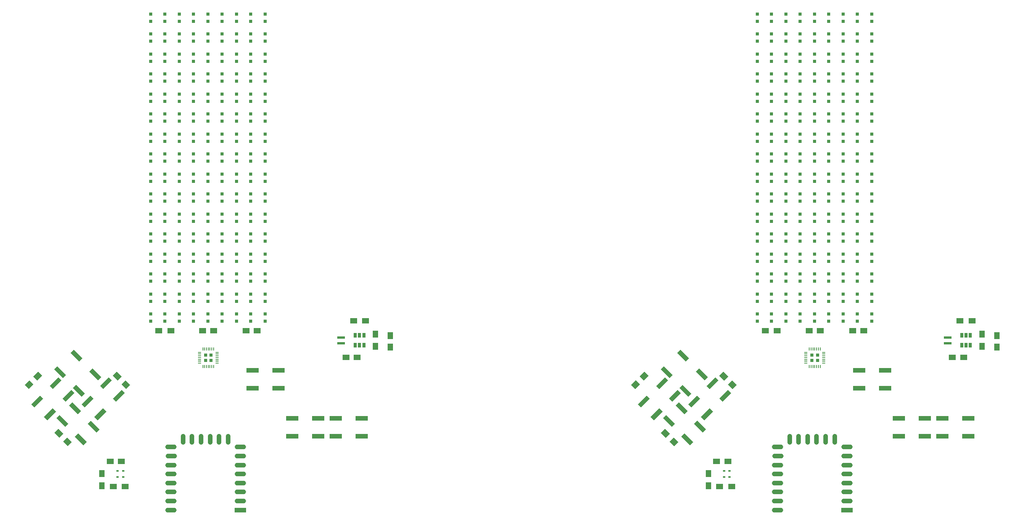
<source format=gtp>
%MOIN*%
%OFA0B0*%
%FSLAX46Y46*%
%IPPOS*%
%LPD*%
%ADD10C,0.0039370078740157488*%
%ADD11R,0.031496062992125991X0.031496062992125991*%
%ADD12R,0.059055118110236227X0.049212598425196853*%
%ADD13R,0.059055118110236227X0.051181102362204731*%
%ADD14R,0.0984251968503937X0.043307086614173235*%
%ADD15O,0.0984251968503937X0.043307086614173235*%
%ADD16O,0.043307086614173235X0.094488188976377951*%
%ADD17R,0.051181102362204731X0.059055118110236227*%
%ADD18R,0.0078740157480314977X0.031496062992125991*%
%ADD19R,0.031496062992125991X0.0078740157480314977*%
%ADD20R,0.028346456692913385X0.028346456692913385*%
%ADD21R,0.023622047244094488X0.017716535433070866*%
%ADD22R,0.10826771653543307X0.03937007874015748*%
%ADD23R,0.025590551181102365X0.041732283464566935*%
%ADD24R,0.049212598425196853X0.059055118110236227*%
%ADD25R,0.070866141732283464X0.023622047244094488*%
%ADD36C,0.0039370078740157488*%
%ADD37R,0.031496062992125991X0.031496062992125991*%
%ADD38R,0.059055118110236227X0.049212598425196853*%
%ADD39R,0.059055118110236227X0.051181102362204731*%
%ADD40R,0.0984251968503937X0.043307086614173235*%
%ADD41O,0.0984251968503937X0.043307086614173235*%
%ADD42O,0.043307086614173235X0.094488188976377951*%
%ADD43R,0.051181102362204731X0.059055118110236227*%
%ADD44R,0.0078740157480314977X0.031496062992125991*%
%ADD45R,0.031496062992125991X0.0078740157480314977*%
%ADD46R,0.028346456692913385X0.028346456692913385*%
%ADD47R,0.023622047244094488X0.017716535433070866*%
%ADD48R,0.10826771653543307X0.03937007874015748*%
%ADD49R,0.025590551181102365X0.041732283464566935*%
%ADD50R,0.049212598425196853X0.059055118110236227*%
%ADD51R,0.070866141732283464X0.023622047244094488*%
%LPD*%
G01*
D10*
G36*
X0001842479Y0001813960D02*
X0001870318Y0001841798D01*
X0001946875Y0001765242D01*
X0001919036Y0001737403D01*
X0001842479Y0001813960D01*
X0001842479Y0001813960D01*
G37*
G36*
X0001677450Y0001978988D02*
X0001705289Y0002006827D01*
X0001781846Y0001930270D01*
X0001754007Y0001902431D01*
X0001677450Y0001978988D01*
X0001677450Y0001978988D01*
G37*
G36*
X0001533802Y0001835340D02*
X0001561641Y0001863179D01*
X0001638197Y0001786622D01*
X0001610359Y0001758783D01*
X0001533802Y0001835340D01*
X0001533802Y0001835340D01*
G37*
G36*
X0001698830Y0001670311D02*
X0001726669Y0001698150D01*
X0001803226Y0001621593D01*
X0001775387Y0001593754D01*
X0001698830Y0001670311D01*
X0001698830Y0001670311D01*
G37*
D11*
X0003377086Y0004879094D03*
X0003377086Y0004942086D03*
X0003377086Y0004704094D03*
X0003377086Y0004767086D03*
X0003377086Y0004529094D03*
X0003377086Y0004592086D03*
X0003377086Y0004354094D03*
X0003377086Y0004417086D03*
X0003377086Y0004179094D03*
X0003377086Y0004242086D03*
X0003377086Y0004004094D03*
X0003377086Y0004067086D03*
X0003377086Y0003829094D03*
X0003377086Y0003892086D03*
X0003377086Y0003654094D03*
X0003377086Y0003717086D03*
X0003377086Y0003479094D03*
X0003377086Y0003542086D03*
X0003377086Y0003304094D03*
X0003377086Y0003367086D03*
X0003377086Y0003129094D03*
X0003377086Y0003192086D03*
X0003377086Y0002954094D03*
X0003377086Y0003017086D03*
X0003377086Y0002779094D03*
X0003377086Y0002842086D03*
X0003377086Y0002604094D03*
X0003377086Y0002667086D03*
X0003377086Y0002429094D03*
X0003377086Y0002492086D03*
X0003377086Y0002254094D03*
X0003377086Y0002317086D03*
D12*
X0003210964Y0002170452D03*
X0003309389Y0002170452D03*
D11*
X0003252086Y0004879094D03*
X0003252086Y0004942086D03*
X0003252086Y0004704094D03*
X0003252086Y0004767086D03*
X0003252086Y0004529094D03*
X0003252086Y0004592086D03*
X0003252086Y0004354094D03*
X0003252086Y0004417086D03*
X0003252086Y0004179094D03*
X0003252086Y0004242086D03*
X0003252086Y0004004094D03*
X0003252086Y0004067086D03*
X0003252086Y0003829094D03*
X0003252086Y0003892086D03*
X0003252086Y0003654094D03*
X0003252086Y0003717086D03*
X0003252086Y0003479094D03*
X0003252086Y0003542086D03*
X0003252086Y0003304094D03*
X0003252086Y0003367086D03*
X0003252086Y0003129094D03*
X0003252086Y0003192086D03*
X0003252086Y0002954094D03*
X0003252086Y0003017086D03*
X0003252086Y0002779094D03*
X0003252086Y0002842086D03*
X0003252086Y0002604094D03*
X0003252086Y0002667086D03*
X0003252086Y0002429094D03*
X0003252086Y0002492086D03*
X0003252086Y0002254094D03*
X0003252086Y0002317086D03*
D12*
X0002929389Y0002170452D03*
X0002830964Y0002170452D03*
D11*
X0003127086Y0004879094D03*
X0003127086Y0004942086D03*
X0003127086Y0004704094D03*
X0003127086Y0004767086D03*
X0003127086Y0004529094D03*
X0003127086Y0004592086D03*
X0003127086Y0004354094D03*
X0003127086Y0004417086D03*
X0003127086Y0004179094D03*
X0003127086Y0004242086D03*
X0003127086Y0004004094D03*
X0003127086Y0004067086D03*
X0003127086Y0003829094D03*
X0003127086Y0003892086D03*
X0003127086Y0003654094D03*
X0003127086Y0003717086D03*
X0003127086Y0003479094D03*
X0003127086Y0003542086D03*
X0003127086Y0003304094D03*
X0003127086Y0003367086D03*
X0003127086Y0003129094D03*
X0003127086Y0003192086D03*
X0003127086Y0002954094D03*
X0003127086Y0003017086D03*
X0003127086Y0002779094D03*
X0003127086Y0002842086D03*
X0003127086Y0002604094D03*
X0003127086Y0002667086D03*
X0003127086Y0002429094D03*
X0003127086Y0002492086D03*
X0003127086Y0002254094D03*
X0003127086Y0002317086D03*
X0003002086Y0004879094D03*
X0003002086Y0004942086D03*
X0003002086Y0004704094D03*
X0003002086Y0004767086D03*
X0003002086Y0004529094D03*
X0003002086Y0004592086D03*
X0003002086Y0004354094D03*
X0003002086Y0004417086D03*
X0003002086Y0004179094D03*
X0003002086Y0004242086D03*
X0003002086Y0004004094D03*
X0003002086Y0004067086D03*
X0003002086Y0003829094D03*
X0003002086Y0003892086D03*
X0003002086Y0003654094D03*
X0003002086Y0003717086D03*
X0003002086Y0003479094D03*
X0003002086Y0003542086D03*
X0003002086Y0003304094D03*
X0003002086Y0003367086D03*
X0003002086Y0003129094D03*
X0003002086Y0003192086D03*
X0003002086Y0002954094D03*
X0003002086Y0003017086D03*
X0003002086Y0002779094D03*
X0003002086Y0002842086D03*
X0003002086Y0002604094D03*
X0003002086Y0002667086D03*
X0003002086Y0002429094D03*
X0003002086Y0002492086D03*
X0003002086Y0002254094D03*
X0003002086Y0002317086D03*
X0002877086Y0004879094D03*
X0002877086Y0004942086D03*
X0002877086Y0004704094D03*
X0002877086Y0004767086D03*
X0002877086Y0004529094D03*
X0002877086Y0004592086D03*
X0002877086Y0004354094D03*
X0002877086Y0004417086D03*
X0002877086Y0004179094D03*
X0002877086Y0004242086D03*
X0002877086Y0004004094D03*
X0002877086Y0004067086D03*
X0002877086Y0003829094D03*
X0002877086Y0003892086D03*
X0002877086Y0003654094D03*
X0002877086Y0003717086D03*
X0002877086Y0003479094D03*
X0002877086Y0003542086D03*
X0002877086Y0003304094D03*
X0002877086Y0003367086D03*
X0002877086Y0003129094D03*
X0002877086Y0003192086D03*
X0002877086Y0002954094D03*
X0002877086Y0003017086D03*
X0002877086Y0002779094D03*
X0002877086Y0002842086D03*
X0002877086Y0002604094D03*
X0002877086Y0002667086D03*
X0002877086Y0002429094D03*
X0002877086Y0002492086D03*
X0002877086Y0002254094D03*
X0002877086Y0002317086D03*
X0002752086Y0004879094D03*
X0002752086Y0004942086D03*
X0002752086Y0004704094D03*
X0002752086Y0004767086D03*
X0002752086Y0004529094D03*
X0002752086Y0004592086D03*
X0002752086Y0004354094D03*
X0002752086Y0004417086D03*
X0002752086Y0004179094D03*
X0002752086Y0004242086D03*
X0002752086Y0004004094D03*
X0002752086Y0004067086D03*
X0002752086Y0003829094D03*
X0002752086Y0003892086D03*
X0002752086Y0003654094D03*
X0002752086Y0003717086D03*
X0002752086Y0003479094D03*
X0002752086Y0003542086D03*
X0002752086Y0003304094D03*
X0002752086Y0003367086D03*
X0002752086Y0003129094D03*
X0002752086Y0003192086D03*
X0002752086Y0002954094D03*
X0002752086Y0003017086D03*
X0002752086Y0002779094D03*
X0002752086Y0002842086D03*
X0002752086Y0002604094D03*
X0002752086Y0002667086D03*
X0002752086Y0002429094D03*
X0002752086Y0002492086D03*
X0002752086Y0002254094D03*
X0002752086Y0002317086D03*
X0002627086Y0004879094D03*
X0002627086Y0004942086D03*
X0002627086Y0004704094D03*
X0002627086Y0004767086D03*
X0002627086Y0004529094D03*
X0002627086Y0004592086D03*
X0002627086Y0004354094D03*
X0002627086Y0004417086D03*
X0002627086Y0004179094D03*
X0002627086Y0004242086D03*
X0002627086Y0004004094D03*
X0002627086Y0004067086D03*
X0002627086Y0003829094D03*
X0002627086Y0003892086D03*
X0002627086Y0003654094D03*
X0002627086Y0003717086D03*
X0002627086Y0003479094D03*
X0002627086Y0003542086D03*
X0002627086Y0003304094D03*
X0002627086Y0003367086D03*
X0002627086Y0003129094D03*
X0002627086Y0003192086D03*
X0002627086Y0002954094D03*
X0002627086Y0003017086D03*
X0002627086Y0002779094D03*
X0002627086Y0002842086D03*
X0002627086Y0002604094D03*
X0002627086Y0002667086D03*
X0002627086Y0002429094D03*
X0002627086Y0002492086D03*
X0002627086Y0002254094D03*
X0002627086Y0002317086D03*
X0002502086Y0004879094D03*
X0002502086Y0004942086D03*
X0002502086Y0004704094D03*
X0002502086Y0004767086D03*
X0002502086Y0004529094D03*
X0002502086Y0004592086D03*
X0002502086Y0004354094D03*
X0002502086Y0004417086D03*
X0002502086Y0004179094D03*
X0002502086Y0004242086D03*
X0002502086Y0004004094D03*
X0002502086Y0004067086D03*
X0002502086Y0003829094D03*
X0002502086Y0003892086D03*
X0002502086Y0003654094D03*
X0002502086Y0003717086D03*
X0002502086Y0003479094D03*
X0002502086Y0003542086D03*
X0002502086Y0003304094D03*
X0002502086Y0003367086D03*
X0002502086Y0003129094D03*
X0002502086Y0003192086D03*
X0002502086Y0002954094D03*
X0002502086Y0003017086D03*
X0002502086Y0002779094D03*
X0002502086Y0002842086D03*
X0002502086Y0002604094D03*
X0002502086Y0002667086D03*
X0002502086Y0002429094D03*
X0002502086Y0002492086D03*
X0002502086Y0002254094D03*
X0002502086Y0002317086D03*
X0002377086Y0004879094D03*
X0002377086Y0004942086D03*
X0002377086Y0004704094D03*
X0002377086Y0004767086D03*
X0002377086Y0004529094D03*
X0002377086Y0004592086D03*
X0002377086Y0004354094D03*
X0002377086Y0004417086D03*
X0002377086Y0004179094D03*
X0002377086Y0004242086D03*
X0002377086Y0004004094D03*
X0002377086Y0004067086D03*
X0002377086Y0003829094D03*
X0002377086Y0003892086D03*
X0002377086Y0003654094D03*
X0002377086Y0003717086D03*
X0002377086Y0003479094D03*
X0002377086Y0003542086D03*
X0002377086Y0003304094D03*
X0002377086Y0003367086D03*
X0002377086Y0003129094D03*
X0002377086Y0003192086D03*
X0002377086Y0002954094D03*
X0002377086Y0003017086D03*
X0002377086Y0002779094D03*
X0002377086Y0002842086D03*
X0002377086Y0002604094D03*
X0002377086Y0002667086D03*
X0002377086Y0002429094D03*
X0002377086Y0002492086D03*
X0002377086Y0002254094D03*
X0002377086Y0002317086D03*
D13*
X0002447027Y0002170452D03*
X0002553326Y0002170452D03*
D14*
X0003160236Y0000602952D03*
D15*
X0003160236Y0000681692D03*
X0003160236Y0000760433D03*
X0003160236Y0000839173D03*
X0003160236Y0000917913D03*
X0003160236Y0000996653D03*
X0003160236Y0001075393D03*
X0003160236Y0001154133D03*
X0002553936Y0001154133D03*
X0002557873Y0001075393D03*
X0002553936Y0000996653D03*
X0002553936Y0000917913D03*
X0002553936Y0000839173D03*
X0002553936Y0000760433D03*
X0002553936Y0000681692D03*
X0002553936Y0000602952D03*
D16*
X0003054330Y0001223031D03*
X0002975590Y0001223031D03*
X0002896850Y0001223031D03*
X0002818110Y0001223031D03*
X0002739370Y0001223031D03*
X0002660629Y0001223031D03*
D12*
X0002023464Y0001027952D03*
X0002121889Y0001027952D03*
D13*
X0002049527Y0000807952D03*
X0002155826Y0000807952D03*
D17*
X0001952677Y0000814803D03*
X0001952677Y0000921102D03*
D18*
X0002832933Y0001858681D03*
X0002848681Y0001858681D03*
X0002864429Y0001858681D03*
X0002880177Y0001858681D03*
X0002895925Y0001858681D03*
X0002911673Y0001858681D03*
X0002927421Y0001858681D03*
D19*
X0002956948Y0001888208D03*
X0002956948Y0001903956D03*
X0002956948Y0001919704D03*
X0002956948Y0001935452D03*
X0002956948Y0001951200D03*
X0002956948Y0001966948D03*
X0002956948Y0001982696D03*
D18*
X0002927421Y0002012224D03*
X0002911673Y0002012224D03*
X0002895925Y0002012224D03*
X0002880177Y0002012224D03*
X0002864429Y0002012224D03*
X0002848681Y0002012224D03*
X0002832933Y0002012224D03*
D19*
X0002803405Y0001982696D03*
X0002803405Y0001966948D03*
X0002803405Y0001951200D03*
X0002803405Y0001935452D03*
X0002803405Y0001919704D03*
X0002803405Y0001903956D03*
X0002803405Y0001888208D03*
D20*
X0002903799Y0001959074D03*
X0002856555Y0001959074D03*
X0002903799Y0001911830D03*
X0002856555Y0001911830D03*
D21*
X0002136299Y0000945511D03*
X0002089055Y0000945511D03*
X0002089055Y0000890393D03*
X0002136299Y0000890393D03*
D10*
G36*
X0002199233Y0001697586D02*
X0002163043Y0001661395D01*
X0002121285Y0001703154D01*
X0002157475Y0001739344D01*
X0002199233Y0001697586D01*
X0002199233Y0001697586D01*
G37*
G36*
X0002124069Y0001772751D02*
X0002087878Y0001736560D01*
X0002046120Y0001778319D01*
X0002082310Y0001814509D01*
X0002124069Y0001772751D01*
X0002124069Y0001772751D01*
G37*
G36*
X0001312310Y0001661395D02*
X0001276120Y0001697586D01*
X0001317878Y0001739344D01*
X0001354069Y0001703154D01*
X0001312310Y0001661395D01*
X0001312310Y0001661395D01*
G37*
G36*
X0001387475Y0001736560D02*
X0001351285Y0001772751D01*
X0001393043Y0001814509D01*
X0001429233Y0001778319D01*
X0001387475Y0001736560D01*
X0001387475Y0001736560D01*
G37*
G36*
X0001536120Y0001278319D02*
X0001572310Y0001314509D01*
X0001614069Y0001272751D01*
X0001577878Y0001236560D01*
X0001536120Y0001278319D01*
X0001536120Y0001278319D01*
G37*
G36*
X0001611285Y0001203154D02*
X0001647475Y0001239344D01*
X0001689233Y0001197586D01*
X0001653043Y0001161395D01*
X0001611285Y0001203154D01*
X0001611285Y0001203154D01*
G37*
D22*
X0003269291Y0001669212D03*
X0003496062Y0001669212D03*
X0003496062Y0001826692D03*
X0003269291Y0001826692D03*
D10*
G36*
X0001962537Y0001494297D02*
X0001990376Y0001466458D01*
X0001913819Y0001389901D01*
X0001885981Y0001417740D01*
X0001962537Y0001494297D01*
X0001962537Y0001494297D01*
G37*
G36*
X0002122889Y0001654648D02*
X0002150728Y0001626809D01*
X0002074171Y0001550253D01*
X0002046332Y0001578091D01*
X0002122889Y0001654648D01*
X0002122889Y0001654648D01*
G37*
G36*
X0002011534Y0001766004D02*
X0002039373Y0001738165D01*
X0001962816Y0001661608D01*
X0001934977Y0001689447D01*
X0002011534Y0001766004D01*
X0002011534Y0001766004D01*
G37*
G36*
X0001851182Y0001605652D02*
X0001879021Y0001577813D01*
X0001802464Y0001501256D01*
X0001774625Y0001529095D01*
X0001851182Y0001605652D01*
X0001851182Y0001605652D01*
G37*
G36*
X0001522816Y0001661608D02*
X0001494977Y0001689447D01*
X0001571534Y0001766004D01*
X0001599373Y0001738165D01*
X0001522816Y0001661608D01*
X0001522816Y0001661608D01*
G37*
G36*
X0001362464Y0001501256D02*
X0001334625Y0001529095D01*
X0001411182Y0001605652D01*
X0001439021Y0001577813D01*
X0001362464Y0001501256D01*
X0001362464Y0001501256D01*
G37*
G36*
X0001473819Y0001389901D02*
X0001445981Y0001417740D01*
X0001522537Y0001494297D01*
X0001550376Y0001466458D01*
X0001473819Y0001389901D01*
X0001473819Y0001389901D01*
G37*
G36*
X0001634171Y0001550253D02*
X0001606332Y0001578091D01*
X0001682889Y0001654648D01*
X0001710728Y0001626809D01*
X0001634171Y0001550253D01*
X0001634171Y0001550253D01*
G37*
G36*
X0001659021Y0001358091D02*
X0001631182Y0001330253D01*
X0001554625Y0001406809D01*
X0001582464Y0001434648D01*
X0001659021Y0001358091D01*
X0001659021Y0001358091D01*
G37*
G36*
X0001819373Y0001197740D02*
X0001791534Y0001169901D01*
X0001714977Y0001246458D01*
X0001742816Y0001274296D01*
X0001819373Y0001197740D01*
X0001819373Y0001197740D01*
G37*
G36*
X0001930728Y0001309095D02*
X0001902889Y0001281256D01*
X0001826332Y0001357813D01*
X0001854171Y0001385652D01*
X0001930728Y0001309095D01*
X0001930728Y0001309095D01*
G37*
G36*
X0001770376Y0001469447D02*
X0001742537Y0001441608D01*
X0001665981Y0001518165D01*
X0001693819Y0001546004D01*
X0001770376Y0001469447D01*
X0001770376Y0001469447D01*
G37*
D22*
X0003614291Y0001249212D03*
X0003841062Y0001249212D03*
X0003841062Y0001406692D03*
X0003614291Y0001406692D03*
X0003994291Y0001249212D03*
X0004221062Y0001249212D03*
X0004221062Y0001406692D03*
X0003994291Y0001406692D03*
D23*
X0004165275Y0002044645D03*
X0004202677Y0002044645D03*
X0004240078Y0002044645D03*
X0004240078Y0002131259D03*
X0004165275Y0002131259D03*
X0004202677Y0002131259D03*
D12*
X0004181889Y0001937952D03*
X0004083464Y0001937952D03*
D24*
X0004472677Y0002028740D03*
X0004472677Y0002127165D03*
D25*
X0004042677Y0002063346D03*
X0004042677Y0002112559D03*
D13*
X0004149527Y0002257952D03*
X0004255826Y0002257952D03*
D17*
X0004342677Y0002034803D03*
X0004342677Y0002141102D03*
G04 next file*
%LPD*%
G04 #@! TF.FileFunction,Paste,Top*
G04 Gerber Fmt 4.6, Leading zero omitted, Abs format (unit mm)*
G04 Created by KiCad (PCBNEW 4.0.4-stable) date 05/16/17 13:47:45*
G01*
G04 APERTURE LIST*
G04 APERTURE END LIST*
D36*
G36*
X0007141692Y0001813960D02*
X0007169530Y0001841798D01*
X0007246087Y0001765242D01*
X0007218248Y0001737403D01*
X0007141692Y0001813960D01*
X0007141692Y0001813960D01*
G37*
G36*
X0006976663Y0001978988D02*
X0007004502Y0002006827D01*
X0007081059Y0001930270D01*
X0007053220Y0001902431D01*
X0006976663Y0001978988D01*
X0006976663Y0001978988D01*
G37*
G36*
X0006833014Y0001835340D02*
X0006860853Y0001863179D01*
X0006937410Y0001786622D01*
X0006909571Y0001758783D01*
X0006833014Y0001835340D01*
X0006833014Y0001835340D01*
G37*
G36*
X0006998043Y0001670311D02*
X0007025882Y0001698150D01*
X0007102439Y0001621593D01*
X0007074600Y0001593754D01*
X0006998043Y0001670311D01*
X0006998043Y0001670311D01*
G37*
D37*
X0008676299Y0004879094D03*
X0008676299Y0004942086D03*
X0008676299Y0004704094D03*
X0008676299Y0004767086D03*
X0008676299Y0004529094D03*
X0008676299Y0004592086D03*
X0008676299Y0004354094D03*
X0008676299Y0004417086D03*
X0008676299Y0004179094D03*
X0008676299Y0004242086D03*
X0008676299Y0004004094D03*
X0008676299Y0004067086D03*
X0008676299Y0003829094D03*
X0008676299Y0003892086D03*
X0008676299Y0003654094D03*
X0008676299Y0003717086D03*
X0008676299Y0003479094D03*
X0008676299Y0003542086D03*
X0008676299Y0003304094D03*
X0008676299Y0003367086D03*
X0008676299Y0003129094D03*
X0008676299Y0003192086D03*
X0008676299Y0002954094D03*
X0008676299Y0003017086D03*
X0008676299Y0002779094D03*
X0008676299Y0002842086D03*
X0008676299Y0002604094D03*
X0008676299Y0002667086D03*
X0008676299Y0002429094D03*
X0008676299Y0002492086D03*
X0008676299Y0002254094D03*
X0008676299Y0002317086D03*
D38*
X0008510177Y0002170452D03*
X0008608602Y0002170452D03*
D37*
X0008551299Y0004879094D03*
X0008551299Y0004942086D03*
X0008551299Y0004704094D03*
X0008551299Y0004767086D03*
X0008551299Y0004529094D03*
X0008551299Y0004592086D03*
X0008551299Y0004354094D03*
X0008551299Y0004417086D03*
X0008551299Y0004179094D03*
X0008551299Y0004242086D03*
X0008551299Y0004004094D03*
X0008551299Y0004067086D03*
X0008551299Y0003829094D03*
X0008551299Y0003892086D03*
X0008551299Y0003654094D03*
X0008551299Y0003717086D03*
X0008551299Y0003479094D03*
X0008551299Y0003542086D03*
X0008551299Y0003304094D03*
X0008551299Y0003367086D03*
X0008551299Y0003129094D03*
X0008551299Y0003192086D03*
X0008551299Y0002954094D03*
X0008551299Y0003017086D03*
X0008551299Y0002779094D03*
X0008551299Y0002842086D03*
X0008551299Y0002604094D03*
X0008551299Y0002667086D03*
X0008551299Y0002429094D03*
X0008551299Y0002492086D03*
X0008551299Y0002254094D03*
X0008551299Y0002317086D03*
D38*
X0008228602Y0002170452D03*
X0008130177Y0002170452D03*
D37*
X0008426299Y0004879094D03*
X0008426299Y0004942086D03*
X0008426299Y0004704094D03*
X0008426299Y0004767086D03*
X0008426299Y0004529094D03*
X0008426299Y0004592086D03*
X0008426299Y0004354094D03*
X0008426299Y0004417086D03*
X0008426299Y0004179094D03*
X0008426299Y0004242086D03*
X0008426299Y0004004094D03*
X0008426299Y0004067086D03*
X0008426299Y0003829094D03*
X0008426299Y0003892086D03*
X0008426299Y0003654094D03*
X0008426299Y0003717086D03*
X0008426299Y0003479094D03*
X0008426299Y0003542086D03*
X0008426299Y0003304094D03*
X0008426299Y0003367086D03*
X0008426299Y0003129094D03*
X0008426299Y0003192086D03*
X0008426299Y0002954094D03*
X0008426299Y0003017086D03*
X0008426299Y0002779094D03*
X0008426299Y0002842086D03*
X0008426299Y0002604094D03*
X0008426299Y0002667086D03*
X0008426299Y0002429094D03*
X0008426299Y0002492086D03*
X0008426299Y0002254094D03*
X0008426299Y0002317086D03*
X0008301299Y0004879094D03*
X0008301299Y0004942086D03*
X0008301299Y0004704094D03*
X0008301299Y0004767086D03*
X0008301299Y0004529094D03*
X0008301299Y0004592086D03*
X0008301299Y0004354094D03*
X0008301299Y0004417086D03*
X0008301299Y0004179094D03*
X0008301299Y0004242086D03*
X0008301299Y0004004094D03*
X0008301299Y0004067086D03*
X0008301299Y0003829094D03*
X0008301299Y0003892086D03*
X0008301299Y0003654094D03*
X0008301299Y0003717086D03*
X0008301299Y0003479094D03*
X0008301299Y0003542086D03*
X0008301299Y0003304094D03*
X0008301299Y0003367086D03*
X0008301299Y0003129094D03*
X0008301299Y0003192086D03*
X0008301299Y0002954094D03*
X0008301299Y0003017086D03*
X0008301299Y0002779094D03*
X0008301299Y0002842086D03*
X0008301299Y0002604094D03*
X0008301299Y0002667086D03*
X0008301299Y0002429094D03*
X0008301299Y0002492086D03*
X0008301299Y0002254094D03*
X0008301299Y0002317086D03*
X0008176299Y0004879094D03*
X0008176299Y0004942086D03*
X0008176299Y0004704094D03*
X0008176299Y0004767086D03*
X0008176299Y0004529094D03*
X0008176299Y0004592086D03*
X0008176299Y0004354094D03*
X0008176299Y0004417086D03*
X0008176299Y0004179094D03*
X0008176299Y0004242086D03*
X0008176299Y0004004094D03*
X0008176299Y0004067086D03*
X0008176299Y0003829094D03*
X0008176299Y0003892086D03*
X0008176299Y0003654094D03*
X0008176299Y0003717086D03*
X0008176299Y0003479094D03*
X0008176299Y0003542086D03*
X0008176299Y0003304094D03*
X0008176299Y0003367086D03*
X0008176299Y0003129094D03*
X0008176299Y0003192086D03*
X0008176299Y0002954094D03*
X0008176299Y0003017086D03*
X0008176299Y0002779094D03*
X0008176299Y0002842086D03*
X0008176299Y0002604094D03*
X0008176299Y0002667086D03*
X0008176299Y0002429094D03*
X0008176299Y0002492086D03*
X0008176299Y0002254094D03*
X0008176299Y0002317086D03*
X0008051299Y0004879094D03*
X0008051299Y0004942086D03*
X0008051299Y0004704094D03*
X0008051299Y0004767086D03*
X0008051299Y0004529094D03*
X0008051299Y0004592086D03*
X0008051299Y0004354094D03*
X0008051299Y0004417086D03*
X0008051299Y0004179094D03*
X0008051299Y0004242086D03*
X0008051299Y0004004094D03*
X0008051299Y0004067086D03*
X0008051299Y0003829094D03*
X0008051299Y0003892086D03*
X0008051299Y0003654094D03*
X0008051299Y0003717086D03*
X0008051299Y0003479094D03*
X0008051299Y0003542086D03*
X0008051299Y0003304094D03*
X0008051299Y0003367086D03*
X0008051299Y0003129094D03*
X0008051299Y0003192086D03*
X0008051299Y0002954094D03*
X0008051299Y0003017086D03*
X0008051299Y0002779094D03*
X0008051299Y0002842086D03*
X0008051299Y0002604094D03*
X0008051299Y0002667086D03*
X0008051299Y0002429094D03*
X0008051299Y0002492086D03*
X0008051299Y0002254094D03*
X0008051299Y0002317086D03*
X0007926299Y0004879094D03*
X0007926299Y0004942086D03*
X0007926299Y0004704094D03*
X0007926299Y0004767086D03*
X0007926299Y0004529094D03*
X0007926299Y0004592086D03*
X0007926299Y0004354094D03*
X0007926299Y0004417086D03*
X0007926299Y0004179094D03*
X0007926299Y0004242086D03*
X0007926299Y0004004094D03*
X0007926299Y0004067086D03*
X0007926299Y0003829094D03*
X0007926299Y0003892086D03*
X0007926299Y0003654094D03*
X0007926299Y0003717086D03*
X0007926299Y0003479094D03*
X0007926299Y0003542086D03*
X0007926299Y0003304094D03*
X0007926299Y0003367086D03*
X0007926299Y0003129094D03*
X0007926299Y0003192086D03*
X0007926299Y0002954094D03*
X0007926299Y0003017086D03*
X0007926299Y0002779094D03*
X0007926299Y0002842086D03*
X0007926299Y0002604094D03*
X0007926299Y0002667086D03*
X0007926299Y0002429094D03*
X0007926299Y0002492086D03*
X0007926299Y0002254094D03*
X0007926299Y0002317086D03*
X0007801299Y0004879094D03*
X0007801299Y0004942086D03*
X0007801299Y0004704094D03*
X0007801299Y0004767086D03*
X0007801299Y0004529094D03*
X0007801299Y0004592086D03*
X0007801299Y0004354094D03*
X0007801299Y0004417086D03*
X0007801299Y0004179094D03*
X0007801299Y0004242086D03*
X0007801299Y0004004094D03*
X0007801299Y0004067086D03*
X0007801299Y0003829094D03*
X0007801299Y0003892086D03*
X0007801299Y0003654094D03*
X0007801299Y0003717086D03*
X0007801299Y0003479094D03*
X0007801299Y0003542086D03*
X0007801299Y0003304094D03*
X0007801299Y0003367086D03*
X0007801299Y0003129094D03*
X0007801299Y0003192086D03*
X0007801299Y0002954094D03*
X0007801299Y0003017086D03*
X0007801299Y0002779094D03*
X0007801299Y0002842086D03*
X0007801299Y0002604094D03*
X0007801299Y0002667086D03*
X0007801299Y0002429094D03*
X0007801299Y0002492086D03*
X0007801299Y0002254094D03*
X0007801299Y0002317086D03*
X0007676299Y0004879094D03*
X0007676299Y0004942086D03*
X0007676299Y0004704094D03*
X0007676299Y0004767086D03*
X0007676299Y0004529094D03*
X0007676299Y0004592086D03*
X0007676299Y0004354094D03*
X0007676299Y0004417086D03*
X0007676299Y0004179094D03*
X0007676299Y0004242086D03*
X0007676299Y0004004094D03*
X0007676299Y0004067086D03*
X0007676299Y0003829094D03*
X0007676299Y0003892086D03*
X0007676299Y0003654094D03*
X0007676299Y0003717086D03*
X0007676299Y0003479094D03*
X0007676299Y0003542086D03*
X0007676299Y0003304094D03*
X0007676299Y0003367086D03*
X0007676299Y0003129094D03*
X0007676299Y0003192086D03*
X0007676299Y0002954094D03*
X0007676299Y0003017086D03*
X0007676299Y0002779094D03*
X0007676299Y0002842086D03*
X0007676299Y0002604094D03*
X0007676299Y0002667086D03*
X0007676299Y0002429094D03*
X0007676299Y0002492086D03*
X0007676299Y0002254094D03*
X0007676299Y0002317086D03*
D39*
X0007746240Y0002170452D03*
X0007852539Y0002170452D03*
D40*
X0008459448Y0000602952D03*
D41*
X0008459448Y0000681692D03*
X0008459448Y0000760433D03*
X0008459448Y0000839173D03*
X0008459448Y0000917913D03*
X0008459448Y0000996653D03*
X0008459448Y0001075393D03*
X0008459448Y0001154133D03*
X0007853149Y0001154133D03*
X0007857086Y0001075393D03*
X0007853149Y0000996653D03*
X0007853149Y0000917913D03*
X0007853149Y0000839173D03*
X0007853149Y0000760433D03*
X0007853149Y0000681692D03*
X0007853149Y0000602952D03*
D42*
X0008353543Y0001223031D03*
X0008274803Y0001223031D03*
X0008196062Y0001223031D03*
X0008117322Y0001223031D03*
X0008038582Y0001223031D03*
X0007959842Y0001223031D03*
D38*
X0007322677Y0001027952D03*
X0007421102Y0001027952D03*
D39*
X0007348740Y0000807952D03*
X0007455039Y0000807952D03*
D43*
X0007251889Y0000814803D03*
X0007251889Y0000921102D03*
D44*
X0008132145Y0001858681D03*
X0008147893Y0001858681D03*
X0008163641Y0001858681D03*
X0008179389Y0001858681D03*
X0008195137Y0001858681D03*
X0008210885Y0001858681D03*
X0008226633Y0001858681D03*
D45*
X0008256161Y0001888208D03*
X0008256161Y0001903956D03*
X0008256161Y0001919704D03*
X0008256161Y0001935452D03*
X0008256161Y0001951200D03*
X0008256161Y0001966948D03*
X0008256161Y0001982696D03*
D44*
X0008226633Y0002012224D03*
X0008210885Y0002012224D03*
X0008195137Y0002012224D03*
X0008179389Y0002012224D03*
X0008163641Y0002012224D03*
X0008147893Y0002012224D03*
X0008132145Y0002012224D03*
D45*
X0008102618Y0001982696D03*
X0008102618Y0001966948D03*
X0008102618Y0001951200D03*
X0008102618Y0001935452D03*
X0008102618Y0001919704D03*
X0008102618Y0001903956D03*
X0008102618Y0001888208D03*
D46*
X0008203011Y0001959074D03*
X0008155767Y0001959074D03*
X0008203011Y0001911830D03*
X0008155767Y0001911830D03*
D47*
X0007435511Y0000945511D03*
X0007388267Y0000945511D03*
X0007388267Y0000890393D03*
X0007435511Y0000890393D03*
D36*
G36*
X0007498446Y0001697586D02*
X0007462256Y0001661395D01*
X0007420497Y0001703154D01*
X0007456688Y0001739344D01*
X0007498446Y0001697586D01*
X0007498446Y0001697586D01*
G37*
G36*
X0007423281Y0001772751D02*
X0007387091Y0001736560D01*
X0007345332Y0001778319D01*
X0007381523Y0001814509D01*
X0007423281Y0001772751D01*
X0007423281Y0001772751D01*
G37*
G36*
X0006611523Y0001661395D02*
X0006575332Y0001697586D01*
X0006617091Y0001739344D01*
X0006653281Y0001703154D01*
X0006611523Y0001661395D01*
X0006611523Y0001661395D01*
G37*
G36*
X0006686688Y0001736560D02*
X0006650497Y0001772751D01*
X0006692256Y0001814509D01*
X0006728446Y0001778319D01*
X0006686688Y0001736560D01*
X0006686688Y0001736560D01*
G37*
G36*
X0006835332Y0001278319D02*
X0006871523Y0001314509D01*
X0006913281Y0001272751D01*
X0006877091Y0001236560D01*
X0006835332Y0001278319D01*
X0006835332Y0001278319D01*
G37*
G36*
X0006910497Y0001203154D02*
X0006946688Y0001239344D01*
X0006988446Y0001197586D01*
X0006952256Y0001161395D01*
X0006910497Y0001203154D01*
X0006910497Y0001203154D01*
G37*
D48*
X0008568503Y0001669212D03*
X0008795275Y0001669212D03*
X0008795275Y0001826692D03*
X0008568503Y0001826692D03*
D36*
G36*
X0007261750Y0001494297D02*
X0007289589Y0001466458D01*
X0007213032Y0001389901D01*
X0007185193Y0001417740D01*
X0007261750Y0001494297D01*
X0007261750Y0001494297D01*
G37*
G36*
X0007422102Y0001654648D02*
X0007449941Y0001626809D01*
X0007373384Y0001550253D01*
X0007345545Y0001578091D01*
X0007422102Y0001654648D01*
X0007422102Y0001654648D01*
G37*
G36*
X0007310746Y0001766004D02*
X0007338585Y0001738165D01*
X0007262028Y0001661608D01*
X0007234190Y0001689447D01*
X0007310746Y0001766004D01*
X0007310746Y0001766004D01*
G37*
G36*
X0007150395Y0001605652D02*
X0007178234Y0001577813D01*
X0007101677Y0001501256D01*
X0007073838Y0001529095D01*
X0007150395Y0001605652D01*
X0007150395Y0001605652D01*
G37*
G36*
X0006822028Y0001661608D02*
X0006794190Y0001689447D01*
X0006870746Y0001766004D01*
X0006898585Y0001738165D01*
X0006822028Y0001661608D01*
X0006822028Y0001661608D01*
G37*
G36*
X0006661677Y0001501256D02*
X0006633838Y0001529095D01*
X0006710395Y0001605652D01*
X0006738234Y0001577813D01*
X0006661677Y0001501256D01*
X0006661677Y0001501256D01*
G37*
G36*
X0006773032Y0001389901D02*
X0006745193Y0001417740D01*
X0006821750Y0001494297D01*
X0006849589Y0001466458D01*
X0006773032Y0001389901D01*
X0006773032Y0001389901D01*
G37*
G36*
X0006933384Y0001550253D02*
X0006905545Y0001578091D01*
X0006982102Y0001654648D01*
X0007009941Y0001626809D01*
X0006933384Y0001550253D01*
X0006933384Y0001550253D01*
G37*
G36*
X0006958234Y0001358091D02*
X0006930395Y0001330253D01*
X0006853838Y0001406809D01*
X0006881677Y0001434648D01*
X0006958234Y0001358091D01*
X0006958234Y0001358091D01*
G37*
G36*
X0007118585Y0001197740D02*
X0007090746Y0001169901D01*
X0007014190Y0001246458D01*
X0007042028Y0001274296D01*
X0007118585Y0001197740D01*
X0007118585Y0001197740D01*
G37*
G36*
X0007229941Y0001309095D02*
X0007202102Y0001281256D01*
X0007125545Y0001357813D01*
X0007153384Y0001385652D01*
X0007229941Y0001309095D01*
X0007229941Y0001309095D01*
G37*
G36*
X0007069589Y0001469447D02*
X0007041750Y0001441608D01*
X0006965193Y0001518165D01*
X0006993032Y0001546004D01*
X0007069589Y0001469447D01*
X0007069589Y0001469447D01*
G37*
D48*
X0008913503Y0001249212D03*
X0009140275Y0001249212D03*
X0009140275Y0001406692D03*
X0008913503Y0001406692D03*
X0009293503Y0001249212D03*
X0009520275Y0001249212D03*
X0009520275Y0001406692D03*
X0009293503Y0001406692D03*
D49*
X0009464488Y0002044645D03*
X0009501889Y0002044645D03*
X0009539291Y0002044645D03*
X0009539291Y0002131259D03*
X0009464488Y0002131259D03*
X0009501889Y0002131259D03*
D38*
X0009481102Y0001937952D03*
X0009382677Y0001937952D03*
D50*
X0009771889Y0002028740D03*
X0009771889Y0002127165D03*
D51*
X0009341889Y0002063346D03*
X0009341889Y0002112559D03*
D39*
X0009448740Y0002257952D03*
X0009555039Y0002257952D03*
D43*
X0009641889Y0002034803D03*
X0009641889Y0002141102D03*
M02*
</source>
